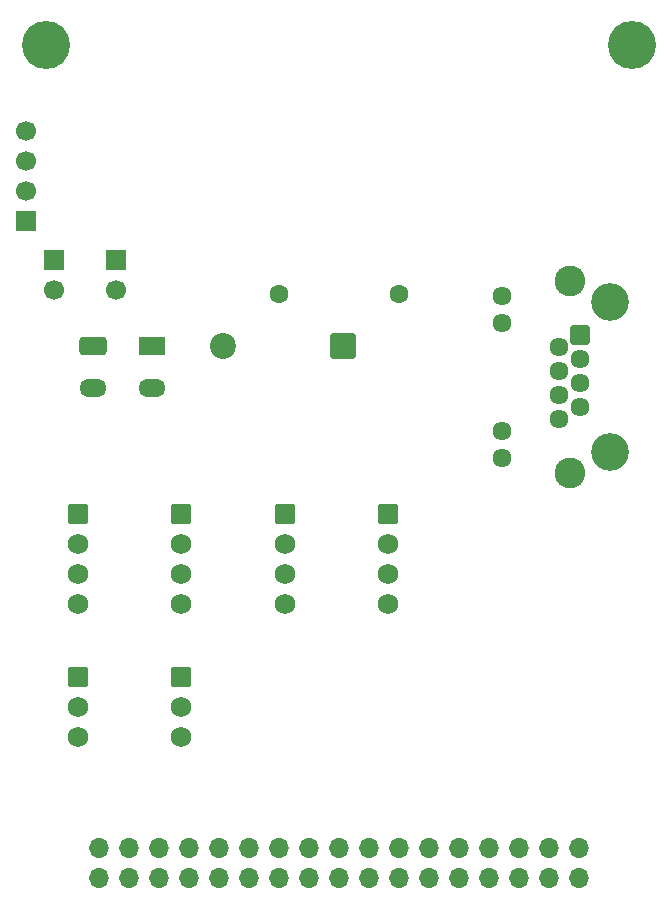
<source format=gts>
G04 #@! TF.GenerationSoftware,KiCad,Pcbnew,9.0.2*
G04 #@! TF.CreationDate,2025-11-18T17:40:05+08:00*
G04 #@! TF.ProjectId,rio hub,72696f20-6875-4622-9e6b-696361645f70,rev?*
G04 #@! TF.SameCoordinates,Original*
G04 #@! TF.FileFunction,Soldermask,Top*
G04 #@! TF.FilePolarity,Negative*
%FSLAX46Y46*%
G04 Gerber Fmt 4.6, Leading zero omitted, Abs format (unit mm)*
G04 Created by KiCad (PCBNEW 9.0.2) date 2025-11-18 17:40:05*
%MOMM*%
%LPD*%
G01*
G04 APERTURE LIST*
G04 Aperture macros list*
%AMRoundRect*
0 Rectangle with rounded corners*
0 $1 Rounding radius*
0 $2 $3 $4 $5 $6 $7 $8 $9 X,Y pos of 4 corners*
0 Add a 4 corners polygon primitive as box body*
4,1,4,$2,$3,$4,$5,$6,$7,$8,$9,$2,$3,0*
0 Add four circle primitives for the rounded corners*
1,1,$1+$1,$2,$3*
1,1,$1+$1,$4,$5*
1,1,$1+$1,$6,$7*
1,1,$1+$1,$8,$9*
0 Add four rect primitives between the rounded corners*
20,1,$1+$1,$2,$3,$4,$5,0*
20,1,$1+$1,$4,$5,$6,$7,0*
20,1,$1+$1,$6,$7,$8,$9,0*
20,1,$1+$1,$8,$9,$2,$3,0*%
G04 Aperture macros list end*
%ADD10R,2.300000X1.500000*%
%ADD11RoundRect,0.250001X-0.899999X0.499999X-0.899999X-0.499999X0.899999X-0.499999X0.899999X0.499999X0*%
%ADD12O,2.300000X1.500000*%
%ADD13RoundRect,0.249999X0.850001X0.850001X-0.850001X0.850001X-0.850001X-0.850001X0.850001X-0.850001X0*%
%ADD14C,2.200000*%
%ADD15RoundRect,0.250000X-0.620000X0.620000X-0.620000X-0.620000X0.620000X-0.620000X0.620000X0.620000X0*%
%ADD16C,1.740000*%
%ADD17C,3.200000*%
%ADD18RoundRect,0.102000X0.704000X-0.704000X0.704000X0.704000X-0.704000X0.704000X-0.704000X-0.704000X0*%
%ADD19C,1.612000*%
%ADD20C,2.604000*%
%ADD21R,1.700000X1.700000*%
%ADD22C,1.700000*%
%ADD23C,1.600000*%
%ADD24C,4.064000*%
%ADD25O,1.700000X1.700000*%
G04 APERTURE END LIST*
D10*
X112500000Y-129000000D03*
D11*
X107500000Y-129000000D03*
D12*
X112500000Y-132500000D03*
X107500000Y-132500000D03*
D13*
X128660000Y-129000000D03*
D14*
X118500000Y-129000000D03*
D15*
X115000000Y-156960000D03*
D16*
X115000000Y-159500000D03*
X115000000Y-162040000D03*
D15*
X106250000Y-143170000D03*
D16*
X106250000Y-145710000D03*
X106250000Y-148250000D03*
X106250000Y-150790000D03*
D17*
X151320000Y-137936000D03*
X151320000Y-125236000D03*
D18*
X148780000Y-128016000D03*
D19*
X147000000Y-129036000D03*
X148780000Y-130056000D03*
X147000000Y-131076000D03*
X148780000Y-132096000D03*
X147000000Y-133116000D03*
X148780000Y-134136000D03*
X147000000Y-135156000D03*
X142180000Y-124726000D03*
X142180000Y-127016000D03*
X142180000Y-136156000D03*
X142180000Y-138446000D03*
D20*
X147890000Y-139711000D03*
X147890000Y-123461000D03*
D21*
X104250000Y-121725000D03*
D22*
X104250000Y-124265000D03*
D21*
X101850000Y-118350000D03*
D22*
X101850000Y-115810000D03*
X101850000Y-113270000D03*
X101850000Y-110730000D03*
D15*
X132500000Y-143170000D03*
D16*
X132500000Y-145710000D03*
X132500000Y-148250000D03*
X132500000Y-150790000D03*
D15*
X123750000Y-143170000D03*
D16*
X123750000Y-145710000D03*
X123750000Y-148250000D03*
X123750000Y-150790000D03*
D23*
X133400000Y-124586000D03*
X123240000Y-124586000D03*
D21*
X109500000Y-121725000D03*
D22*
X109500000Y-124265000D03*
D15*
X106250000Y-156960000D03*
D16*
X106250000Y-159500000D03*
X106250000Y-162040000D03*
D15*
X115000000Y-143170000D03*
D16*
X115000000Y-145710000D03*
X115000000Y-148250000D03*
X115000000Y-150790000D03*
D24*
X103504200Y-103504200D03*
X153135800Y-103504200D03*
D25*
X148640000Y-171500000D03*
X148640000Y-174040000D03*
X146100000Y-171500000D03*
X146100000Y-174040000D03*
X143560000Y-171500000D03*
X143560000Y-174040000D03*
X141020000Y-171500000D03*
X141020000Y-174040000D03*
X138480000Y-171500000D03*
X138480000Y-174040000D03*
X135940000Y-171500000D03*
X135940000Y-174040000D03*
X133400000Y-171500000D03*
X133400000Y-174040000D03*
X130860000Y-171500000D03*
X130860000Y-174040000D03*
X128320000Y-171500000D03*
X128320000Y-174040000D03*
X125780000Y-171500000D03*
X125780000Y-174040000D03*
X123240000Y-171500000D03*
X123240000Y-174040000D03*
X120700000Y-171500000D03*
X120700000Y-174040000D03*
X118160000Y-171500000D03*
X118160000Y-174040000D03*
X115620000Y-171500000D03*
X115620000Y-174040000D03*
X113080000Y-171500000D03*
X113080000Y-174040000D03*
X110540000Y-171500000D03*
X110540000Y-174040000D03*
X108000000Y-171500000D03*
X108000000Y-174040000D03*
M02*

</source>
